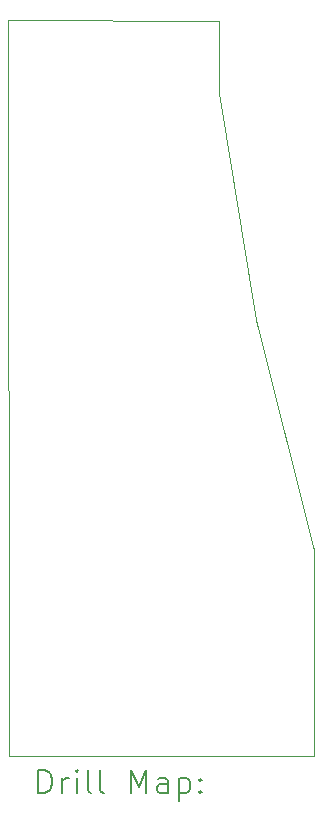
<source format=gbr>
%TF.GenerationSoftware,KiCad,Pcbnew,8.0.6*%
%TF.CreationDate,2025-02-12T14:43:38-05:00*%
%TF.ProjectId,PwrModule,5077724d-6f64-4756-9c65-2e6b69636164,rev?*%
%TF.SameCoordinates,Original*%
%TF.FileFunction,Drillmap*%
%TF.FilePolarity,Positive*%
%FSLAX45Y45*%
G04 Gerber Fmt 4.5, Leading zero omitted, Abs format (unit mm)*
G04 Created by KiCad (PCBNEW 8.0.6) date 2025-02-12 14:43:38*
%MOMM*%
%LPD*%
G01*
G04 APERTURE LIST*
%ADD10C,0.100000*%
%ADD11C,0.200000*%
G04 APERTURE END LIST*
D10*
X10160000Y-10267500D02*
X10157500Y-4040000D01*
X11937500Y-4042500D02*
X11937500Y-4657500D01*
X11937500Y-4042500D02*
X10157500Y-4040000D01*
X12745000Y-8522500D02*
X12742500Y-10267500D01*
X11937500Y-4657500D02*
X12255000Y-6572500D01*
X12255000Y-6572500D02*
X12745000Y-8522500D01*
X12742500Y-10267500D02*
X10160000Y-10267500D01*
D11*
X10413277Y-10583984D02*
X10413277Y-10383984D01*
X10413277Y-10383984D02*
X10460896Y-10383984D01*
X10460896Y-10383984D02*
X10489467Y-10393508D01*
X10489467Y-10393508D02*
X10508515Y-10412555D01*
X10508515Y-10412555D02*
X10518039Y-10431603D01*
X10518039Y-10431603D02*
X10527563Y-10469698D01*
X10527563Y-10469698D02*
X10527563Y-10498270D01*
X10527563Y-10498270D02*
X10518039Y-10536365D01*
X10518039Y-10536365D02*
X10508515Y-10555412D01*
X10508515Y-10555412D02*
X10489467Y-10574460D01*
X10489467Y-10574460D02*
X10460896Y-10583984D01*
X10460896Y-10583984D02*
X10413277Y-10583984D01*
X10613277Y-10583984D02*
X10613277Y-10450650D01*
X10613277Y-10488746D02*
X10622801Y-10469698D01*
X10622801Y-10469698D02*
X10632324Y-10460174D01*
X10632324Y-10460174D02*
X10651372Y-10450650D01*
X10651372Y-10450650D02*
X10670420Y-10450650D01*
X10737086Y-10583984D02*
X10737086Y-10450650D01*
X10737086Y-10383984D02*
X10727563Y-10393508D01*
X10727563Y-10393508D02*
X10737086Y-10403031D01*
X10737086Y-10403031D02*
X10746610Y-10393508D01*
X10746610Y-10393508D02*
X10737086Y-10383984D01*
X10737086Y-10383984D02*
X10737086Y-10403031D01*
X10860896Y-10583984D02*
X10841848Y-10574460D01*
X10841848Y-10574460D02*
X10832324Y-10555412D01*
X10832324Y-10555412D02*
X10832324Y-10383984D01*
X10965658Y-10583984D02*
X10946610Y-10574460D01*
X10946610Y-10574460D02*
X10937086Y-10555412D01*
X10937086Y-10555412D02*
X10937086Y-10383984D01*
X11194229Y-10583984D02*
X11194229Y-10383984D01*
X11194229Y-10383984D02*
X11260896Y-10526841D01*
X11260896Y-10526841D02*
X11327562Y-10383984D01*
X11327562Y-10383984D02*
X11327562Y-10583984D01*
X11508515Y-10583984D02*
X11508515Y-10479222D01*
X11508515Y-10479222D02*
X11498991Y-10460174D01*
X11498991Y-10460174D02*
X11479943Y-10450650D01*
X11479943Y-10450650D02*
X11441848Y-10450650D01*
X11441848Y-10450650D02*
X11422801Y-10460174D01*
X11508515Y-10574460D02*
X11489467Y-10583984D01*
X11489467Y-10583984D02*
X11441848Y-10583984D01*
X11441848Y-10583984D02*
X11422801Y-10574460D01*
X11422801Y-10574460D02*
X11413277Y-10555412D01*
X11413277Y-10555412D02*
X11413277Y-10536365D01*
X11413277Y-10536365D02*
X11422801Y-10517317D01*
X11422801Y-10517317D02*
X11441848Y-10507793D01*
X11441848Y-10507793D02*
X11489467Y-10507793D01*
X11489467Y-10507793D02*
X11508515Y-10498270D01*
X11603753Y-10450650D02*
X11603753Y-10650650D01*
X11603753Y-10460174D02*
X11622801Y-10450650D01*
X11622801Y-10450650D02*
X11660896Y-10450650D01*
X11660896Y-10450650D02*
X11679943Y-10460174D01*
X11679943Y-10460174D02*
X11689467Y-10469698D01*
X11689467Y-10469698D02*
X11698991Y-10488746D01*
X11698991Y-10488746D02*
X11698991Y-10545889D01*
X11698991Y-10545889D02*
X11689467Y-10564936D01*
X11689467Y-10564936D02*
X11679943Y-10574460D01*
X11679943Y-10574460D02*
X11660896Y-10583984D01*
X11660896Y-10583984D02*
X11622801Y-10583984D01*
X11622801Y-10583984D02*
X11603753Y-10574460D01*
X11784705Y-10564936D02*
X11794229Y-10574460D01*
X11794229Y-10574460D02*
X11784705Y-10583984D01*
X11784705Y-10583984D02*
X11775182Y-10574460D01*
X11775182Y-10574460D02*
X11784705Y-10564936D01*
X11784705Y-10564936D02*
X11784705Y-10583984D01*
X11784705Y-10460174D02*
X11794229Y-10469698D01*
X11794229Y-10469698D02*
X11784705Y-10479222D01*
X11784705Y-10479222D02*
X11775182Y-10469698D01*
X11775182Y-10469698D02*
X11784705Y-10460174D01*
X11784705Y-10460174D02*
X11784705Y-10479222D01*
M02*

</source>
